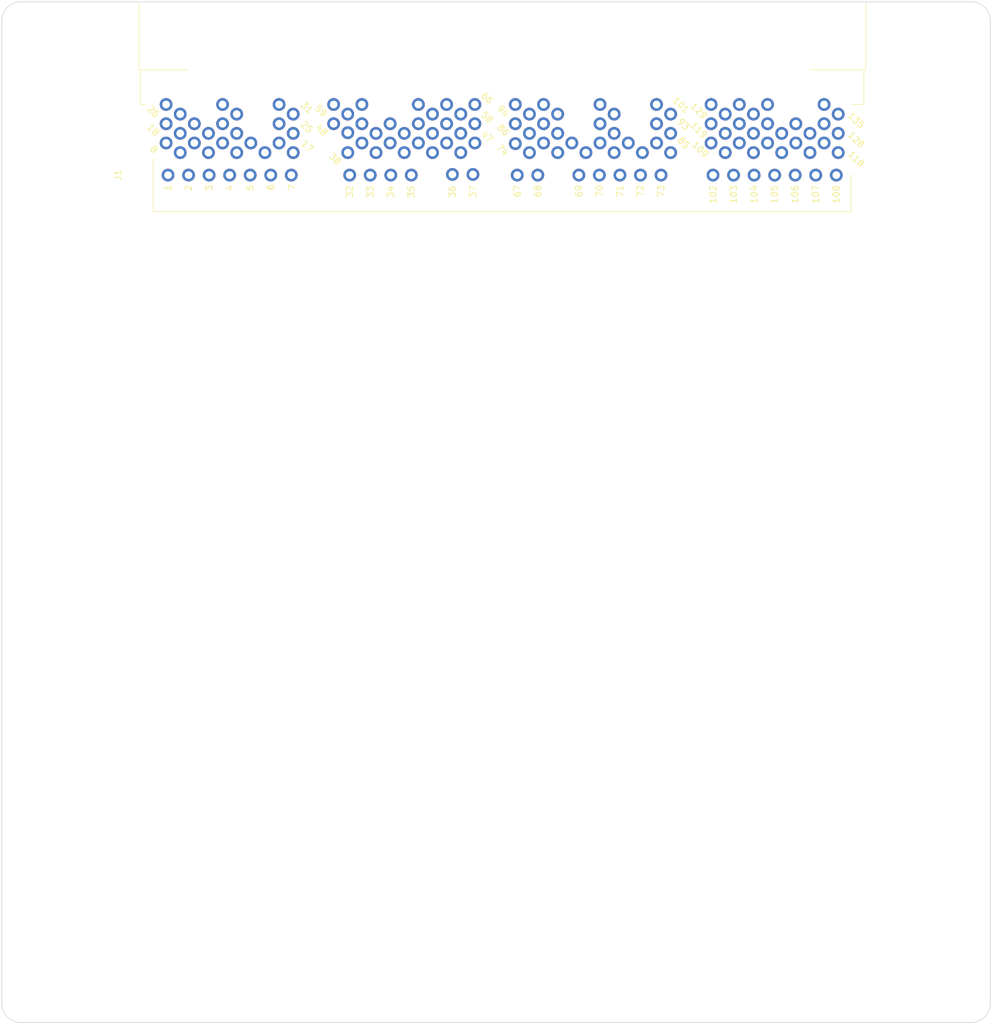
<source format=kicad_pcb>
(kicad_pcb (version 20211014) (generator pcbnew)
  (layers (0 "F.Cu" signal) (31 "B.Cu" signal) (34 "B.Paste" user) (35 "F.Paste" user) (36 "B.SilkS" user "B.Silkscreen") (37 "F.SilkS" user "F.Silkscreen") (38 "B.Mask" user) (39 "F.Mask" user) (44 "Edge.Cuts" user))
  (net 0 "")
  (footprint "MountingHole:MountingHole_5mm" (layer "F.Cu") (at 24 32)
    (fp_text reference "REF**" hide)
    (fp_text value "MountingHole_5mm" hide)
    (pad "" np_thru_hole circle locked (at 0 0) (size 5 5) (drill 5) (layers *.Cu *.Mask))
  )
  (footprint "MountingHole:MountingHole_5mm" (layer "F.Cu") (at 168 32)
    (fp_text reference "REF**" hide)
    (fp_text value "MountingHole_5mm" hide)
    (pad "" np_thru_hole circle locked (at 0 0) (size 5 5) (drill 5) (layers *.Cu *.Mask))
  )
  (footprint "MountingHole:MountingHole_5mm" (layer "F.Cu") (at 24 181)
    (fp_text reference "REF**" hide)
    (fp_text value "MountingHole_5mm" hide)
    (pad "" np_thru_hole circle locked (at 0 0) (size 5 5) (drill 5) (layers *.Cu *.Mask))
  )
  (footprint "1-1376430-0:1-1376430-0" (layer "F.Cu") (at 44.6 54 90)
    (fp_text reference "J1" (at 0 -7.5 90) (layer "F.SilkS"))
    (fp_text value "1-1376430-0")
    (fp_text user "25" (at 7.5 21.9 135) (layer "F.SilkS"))
    (fp_text user "17" (at 4.5 22 135) (layer "F.SilkS"))
    (fp_text user "37" (at -2.6 47.8 90) (layer "F.SilkS"))
    (fp_text user "6" (at -1.9 16.3 90) (layer "F.SilkS"))
    (fp_text user "85" (at 5 80.6 135) (layer "F.SilkS"))
    (fp_text user "66" (at 12 50 135) (layer "F.SilkS"))
    (fp_text user "35" (at -2.6 38.2 90) (layer "F.SilkS"))
    (fp_text user "59" (at 10 24.1 135) (layer "F.SilkS"))
    (fp_text user "128" (at 5.5 107.5 135) (layer "F.SilkS"))
    (fp_text user "5" (at -2 13.1 90) (layer "F.SilkS"))
    (fp_text user "104" (at -3 91.6 90) (layer "F.SilkS"))
    (fp_text user "72" (at -2.5 73.9 90) (layer "F.SilkS"))
    (fp_text user "109" (at 4 83.2 135) (layer "F.SilkS"))
    (fp_text user "119" (at 7 83 135) (layer "F.SilkS"))
    (fp_text user "67" (at -2.5 54.7 90) (layer "F.SilkS"))
    (fp_text user "34" (at -2.6 35 90) (layer "F.SilkS"))
    (fp_text user "69" (at -2.5 64.3 90) (layer "F.SilkS"))
    (fp_text user "48" (at 7 24.2 135) (layer "F.SilkS"))
    (fp_text user "94" (at 10 52.5 135) (layer "F.SilkS"))
    (fp_text user "135" (at 8.5 107.5 135) (layer "F.SilkS"))
    (fp_text user "1" (at -2 0.3 90) (layer "F.SilkS"))
    (fp_text user "101" (at 10.9 80.2 135) (layer "F.SilkS"))
    (fp_text user "108" (at -3 104.4 90) (layer "F.SilkS"))
    (fp_text user "105" (at -3 94.8 90) (layer "F.SilkS"))
    (fp_text user "3" (at -2 6.7 90) (layer "F.SilkS"))
    (fp_text user "4" (at -2 9.9 90) (layer "F.SilkS"))
    (fp_text user "6" (at -1.9 16.3 90) (layer "F.SilkS"))
    (fp_text user "70" (at -2.5 67.5 90) (layer "F.SilkS"))
    (fp_text user "32" (at -2.6 28.6 90) (layer "F.SilkS"))
    (fp_text user "73" (at -2.5 77.1 90) (layer "F.SilkS"))
    (fp_text user "47" (at 6 50 135) (layer "F.SilkS"))
    (fp_text user "8" (at 4 -1.9 135) (layer "F.SilkS"))
    (fp_text user "129" (at 10 83 135) (layer "F.SilkS"))
    (fp_text user "93" (at 7.9 80.6 135) (layer "F.SilkS"))
    (fp_text user "106" (at -3 98 90) (layer "F.SilkS"))
    (fp_text user "7" (at -1.9 19.6 90) (layer "F.SilkS"))
    (fp_text user "18" (at 7 -2 135) (layer "F.SilkS"))
    (fp_text user "26" (at 9.9 -2 135) (layer "F.SilkS"))
    (fp_text user "68" (at -2.5 57.9 90) (layer "F.SilkS"))
    (fp_text user "86" (at 7 52.5 135) (layer "F.SilkS"))
    (fp_text user "118" (at 2.5 107.5 135) (layer "F.SilkS"))
    (fp_text user "102" (at -3 85.2 90) (layer "F.SilkS"))
    (fp_text user "36" (at -2.6 44.6 90) (layer "F.SilkS"))
    (fp_text user "58" (at 9 50 135) (layer "F.SilkS"))
    (fp_text user "74" (at 3.9 52.4 135) (layer "F.SilkS"))
    (fp_text user "71" (at -2.5 70.7 90) (layer "F.SilkS"))
    (fp_text user "103" (at -3 88.4 90) (layer "F.SilkS"))
    (fp_text user "31" (at 10.5 21.9 135) (layer "F.SilkS"))
    (fp_text user "2" (at -2 3.5 90) (layer "F.SilkS"))
    (fp_text user "38" (at 2.5 26.3 135) (layer "F.SilkS"))
    (fp_text user "33" (at -2.6 31.8 90) (layer "F.SilkS"))
    (fp_text user "107" (at -3 101.2 90) (layer "F.SilkS"))
    (fp_line (start 11 -3.2) (end 11 -4) (layer "F.SilkS") (width 0.1))
    (fp_line (start 16.4 -3.8) (end 16.4 3.4) (layer "F.SilkS") (width 0.1))
    (fp_line (start 16.4 108.5) (end 16.4 100.3) (layer "F.SilkS") (width 0.1))
    (fp_line (start 11 106.7) (end 11 108.7) (layer "F.SilkS") (width 0.1))
    (fp_line (start -5.7 -2) (end -5.7 106.7) (layer "F.SilkS") (width 0.1))
    (fp_line (start 11 -4) (end 16.4 -4) (layer "F.SilkS") (width 0.1))
    (fp_line (start 16.4 109) (end 26.8 109) (layer "F.SilkS") (width 0.1))
    (fp_line (start -5.7 106.7) (end 0.1 106.7) (layer "F.SilkS") (width 0.1))
    (fp_line (start 11 108.7) (end 16.4 108.7) (layer "F.SilkS") (width 0.1))
    (fp_line (start 2.4 -2) (end -5.7 -2) (layer "F.SilkS") (width 0.1))
    (fp_line (start 16.4 -4.2) (end 16.4 -4) (layer "F.SilkS") (width 0.1))
    (fp_line (start 26.7 -4.2) (end 16.4 -4.2) (layer "F.SilkS") (width 0.1))
    (fp_line (start 16.4 108.7) (end 16.4 109) (layer "F.SilkS") (width 0.1))
    (pad "" np_thru_hole circle locked (at 16.45 5.5 90) (size 3.5 3.5) (drill 3.5) (layers *.Cu *.Mask))
    (pad "" np_thru_hole circle locked (at 16.45 51.25 90) (size 3.5 3.5) (drill 3.5) (layers *.Cu *.Mask))
    (pad "" np_thru_hole circle locked (at 16.45 98.1 90) (size 3.5 3.5) (drill 3.5) (layers *.Cu *.Mask))
    (pad "1" thru_hole circle locked (at 0 0.3 90) (size 2 2) (drill 1.2) (layers *.Cu *.Mask))
    (pad "2" thru_hole circle locked (at 0 3.5 90) (size 2 2) (drill 1.2) (layers *.Cu *.Mask))
    (pad "3" thru_hole circle locked (at 0 6.7 90) (size 2 2) (drill 1.2) (layers *.Cu *.Mask))
    (pad "4" thru_hole circle locked (at 0 9.9 90) (size 2 2) (drill 1.2) (layers *.Cu *.Mask))
    (pad "5" thru_hole circle locked (at 0 13.1 90) (size 2 2) (drill 1.2) (layers *.Cu *.Mask))
    (pad "6" thru_hole circle locked (at 0 16.3 90) (size 2 2) (drill 1.2) (layers *.Cu *.Mask))
    (pad "7" thru_hole circle locked (at 0 19.5 90) (size 2 2) (drill 1.2) (layers *.Cu *.Mask))
    (pad "8" thru_hole circle locked (at 5 0 90) (size 2 2) (drill 1.2) (layers *.Cu *.Mask))
    (pad "9" thru_hole circle locked (at 3.5 2.2 90) (size 2 2) (drill 1.2) (layers *.Cu *.Mask))
    (pad "10" thru_hole circle locked (at 5 4.4 90) (size 2 2) (drill 1.2) (layers *.Cu *.Mask))
    (pad "11" thru_hole circle locked (at 3.5 6.6 90) (size 2 2) (drill 1.2) (layers *.Cu *.Mask))
    (pad "12" thru_hole circle locked (at 5 8.8 90) (size 2 2) (drill 1.2) (layers *.Cu *.Mask))
    (pad "13" thru_hole circle locked (at 3.5 11 90) (size 2 2) (drill 1.2) (layers *.Cu *.Mask))
    (pad "14" thru_hole circle locked (at 5 13.2 90) (size 2 2) (drill 1.2) (layers *.Cu *.Mask))
    (pad "15" thru_hole circle locked (at 3.5 15.4 90) (size 2 2) (drill 1.2) (layers *.Cu *.Mask))
    (pad "16" thru_hole circle locked (at 5 17.6 90) (size 2 2) (drill 1.2) (layers *.Cu *.Mask))
    (pad "17" thru_hole circle locked (at 3.5 19.8 90) (size 2 2) (drill 1.2) (layers *.Cu *.Mask))
    (pad "18" thru_hole circle locked (at 8 0 90) (size 2 2) (drill 1.2) (layers *.Cu *.Mask))
    (pad "19" thru_hole circle locked (at 6.5 2.2 90) (size 2 2) (drill 1.2) (layers *.Cu *.Mask))
    (pad "20" thru_hole circle locked (at 8 4.4 90) (size 2 2) (drill 1.2) (layers *.Cu *.Mask))
    (pad "21" thru_hole circle locked (at 6.5 6.6 90) (size 2 2) (drill 1.2) (layers *.Cu *.Mask))
    (pad "22" thru_hole circle locked (at 8 8.8 90) (size 2 2) (drill 1.2) (layers *.Cu *.Mask))
    (pad "23" thru_hole circle locked (at 6.5 11 90) (size 2 2) (drill 1.2) (layers *.Cu *.Mask))
    (pad "24" thru_hole circle locked (at 8 17.6 90) (size 2 2) (drill 1.2) (layers *.Cu *.Mask))
    (pad "25" thru_hole circle locked (at 6.5 19.8 90) (size 2 2) (drill 1.2) (layers *.Cu *.Mask))
    (pad "26" thru_hole circle locked (at 11 0 90) (size 2 2) (drill 1.2) (layers *.Cu *.Mask))
    (pad "27" thru_hole circle locked (at 9.5 2.2 90) (size 2 2) (drill 1.2) (layers *.Cu *.Mask))
    (pad "28" thru_hole circle locked (at 11 8.8 90) (size 2 2) (drill 1.2) (layers *.Cu *.Mask))
    (pad "29" thru_hole circle locked (at 9.5 11 90) (size 2 2) (drill 1.2) (layers *.Cu *.Mask))
    (pad "30" thru_hole circle locked (at 11 17.6 90) (size 2 2) (drill 1.2) (layers *.Cu *.Mask))
    (pad "31" thru_hole circle locked (at 9.5 19.8 90) (size 2 2) (drill 1.2) (layers *.Cu *.Mask))
    (pad "32" thru_hole circle locked (at 0 28.6 90) (size 2 2) (drill 1.2) (layers *.Cu *.Mask))
    (pad "33" thru_hole circle locked (at 0 31.8 90) (size 2 2) (drill 1.2) (layers *.Cu *.Mask))
    (pad "34" thru_hole circle locked (at 0 35 90) (size 2 2) (drill 1.2) (layers *.Cu *.Mask))
    (pad "35" thru_hole circle locked (at 0 38.2 90) (size 2 2) (drill 1.2) (layers *.Cu *.Mask))
    (pad "36" thru_hole circle locked (at 0.1 44.6 90) (size 2 2) (drill 1.2) (layers *.Cu *.Mask))
    (pad "37" thru_hole circle locked (at 0.1 47.8 90) (size 2 2) (drill 1.2) (layers *.Cu *.Mask))
    (pad "38" thru_hole circle locked (at 3.5 28.3 90) (size 2 2) (drill 1.2) (layers *.Cu *.Mask))
    (pad "39" thru_hole circle locked (at 5 30.5 90) (size 2 2) (drill 1.2) (layers *.Cu *.Mask))
    (pad "40" thru_hole circle locked (at 3.5 32.7 90) (size 2 2) (drill 1.2) (layers *.Cu *.Mask))
    (pad "41" thru_hole circle locked (at 5 34.9 90) (size 2 2) (drill 1.2) (layers *.Cu *.Mask))
    (pad "42" thru_hole circle locked (at 3.5 37.1 90) (size 2 2) (drill 1.2) (layers *.Cu *.Mask))
    (pad "43" thru_hole circle locked (at 5 39.3 90) (size 2 2) (drill 1.2) (layers *.Cu *.Mask))
    (pad "44" thru_hole circle locked (at 3.5 41.5 90) (size 2 2) (drill 1.2) (layers *.Cu *.Mask))
    (pad "45" thru_hole circle locked (at 5 43.7 90) (size 2 2) (drill 1.2) (layers *.Cu *.Mask))
    (pad "46" thru_hole circle locked (at 3.5 45.9 90) (size 2 2) (drill 1.2) (layers *.Cu *.Mask))
    (pad "47" thru_hole circle locked (at 5 48.1 90) (size 2 2) (drill 1.2) (layers *.Cu *.Mask))
    (pad "48" thru_hole circle locked (at 8 26.1 90) (size 2 2) (drill 1.2) (layers *.Cu *.Mask))
    (pad "49" thru_hole circle locked (at 6.6 28.3 90) (size 2 2) (drill 1.2) (layers *.Cu *.Mask))
    (pad "50" thru_hole circle locked (at 8 30.5 90) (size 2 2) (drill 1.2) (layers *.Cu *.Mask))
    (pad "51" thru_hole circle locked (at 6.5 32.7 90) (size 2 2) (drill 1.2) (layers *.Cu *.Mask))
    (pad "52" thru_hole circle locked (at 8 34.9 90) (size 2 2) (drill 1.2) (layers *.Cu *.Mask))
    (pad "53" thru_hole circle locked (at 6.5 37.1 90) (size 2 2) (drill 1.2) (layers *.Cu *.Mask))
    (pad "54" thru_hole circle locked (at 8 39.3 90) (size 2 2) (drill 1.2) (layers *.Cu *.Mask))
    (pad "55" thru_hole circle locked (at 6.5 41.5 90) (size 2 2) (drill 1.2) (layers *.Cu *.Mask))
    (pad "56" thru_hole circle locked (at 8 43.7 90) (size 2 2) (drill 1.2) (layers *.Cu *.Mask))
    (pad "57" thru_hole circle locked (at 6.5 45.9 90) (size 2 2) (drill 1.2) (layers *.Cu *.Mask))
    (pad "58" thru_hole circle locked (at 8 48.1 90) (size 2 2) (drill 1.2) (layers *.Cu *.Mask))
    (pad "59" thru_hole circle locked (at 11 26.1 90) (size 2 2) (drill 1.2) (layers *.Cu *.Mask))
    (pad "60" thru_hole circle locked (at 9.5 28.3 90) (size 2 2) (drill 1.2) (layers *.Cu *.Mask))
    (pad "61" thru_hole circle locked (at 11 30.5 90) (size 2 2) (drill 1.2) (layers *.Cu *.Mask))
    (pad "62" thru_hole circle locked (at 11 39.3 90) (size 2 2) (drill 1.2) (layers *.Cu *.Mask))
    (pad "63" thru_hole circle locked (at 9.5 41.5 90) (size 2 2) (drill 1.2) (layers *.Cu *.Mask))
    (pad "64" thru_hole circle locked (at 11 43.7 90) (size 2 2) (drill 1.2) (layers *.Cu *.Mask))
    (pad "65" thru_hole circle locked (at 9.5 45.9 90) (size 2 2) (drill 1.2) (layers *.Cu *.Mask))
    (pad "66" thru_hole circle locked (at 11 48.1 90) (size 2 2) (drill 1.2) (layers *.Cu *.Mask))
    (pad "67" thru_hole circle locked (at 0 54.7 90) (size 2 2) (drill 1.2) (layers *.Cu *.Mask))
    (pad "68" thru_hole circle locked (at 0 57.9 90) (size 2 2) (drill 1.2) (layers *.Cu *.Mask))
    (pad "69" thru_hole circle locked (at 0 64.3 90) (size 2 2) (drill 1.2) (layers *.Cu *.Mask))
    (pad "70" thru_hole circle locked (at 0 67.5 90) (size 2 2) (drill 1.2) (layers *.Cu *.Mask))
    (pad "71" thru_hole circle locked (at 0 70.7 90) (size 2 2) (drill 1.2) (layers *.Cu *.Mask))
    (pad "72" thru_hole circle locked (at 0 73.9 90) (size 2 2) (drill 1.2) (layers *.Cu *.Mask))
    (pad "73" thru_hole circle locked (at 0 77.1 90) (size 2 2) (drill 1.2) (layers *.Cu *.Mask))
    (pad "74" thru_hole circle locked (at 4.9 54.4 90) (size 2 2) (drill 1.2) (layers *.Cu *.Mask))
    (pad "75" thru_hole circle locked (at 3.5 56.6 90) (size 2 2) (drill 1.2) (layers *.Cu *.Mask))
    (pad "76" thru_hole circle locked (at 5 58.8 90) (size 2 2) (drill 1.2) (layers *.Cu *.Mask))
    (pad "77" thru_hole circle locked (at 3.5 61 90) (size 2 2) (drill 1.2) (layers *.Cu *.Mask))
    (pad "78" thru_hole circle locked (at 5 63.2 90) (size 2 2) (drill 1.2) (layers *.Cu *.Mask))
    (pad "79" thru_hole circle locked (at 3.5 65.4 90) (size 2 2) (drill 1.2) (layers *.Cu *.Mask))
    (pad "80" thru_hole circle locked (at 5 67.6 90) (size 2 2) (drill 1.2) (layers *.Cu *.Mask))
    (pad "81" thru_hole circle locked (at 3.5 69.8 90) (size 2 2) (drill 1.2) (layers *.Cu *.Mask))
    (pad "82" thru_hole circle locked (at 5 72 90) (size 2 2) (drill 1.2) (layers *.Cu *.Mask))
    (pad "83" thru_hole circle locked (at 3.5 74.2 90) (size 2 2) (drill 1.2) (layers *.Cu *.Mask))
    (pad "84" thru_hole circle locked (at 5 76.4 90) (size 2 2) (drill 1.2) (layers *.Cu *.Mask))
    (pad "85" thru_hole circle locked (at 3.5 78.6 90) (size 2 2) (drill 1.2) (layers *.Cu *.Mask))
    (pad "86" thru_hole circle locked (at 8 54.4 90) (size 2 2) (drill 1.2) (layers *.Cu *.Mask))
    (pad "87" thru_hole circle locked (at 6.5 56.6 90) (size 2 2) (drill 1.2) (layers *.Cu *.Mask))
    (pad "88" thru_hole circle locked (at 8 58.8 90) (size 2 2) (drill 1.2) (layers *.Cu *.Mask))
    (pad "89" thru_hole circle locked (at 6.5 61 90) (size 2 2) (drill 1.2) (layers *.Cu *.Mask))
    (pad "90" thru_hole circle locked (at 8 67.6 90) (size 2 2) (drill 1.2) (layers *.Cu *.Mask))
    (pad "91" thru_hole circle locked (at 6.5 69.8 90) (size 2 2) (drill 1.2) (layers *.Cu *.Mask))
    (pad "92" thru_hole circle locked (at 8 76.4 90) (size 2 2) (drill 1.2) (layers *.Cu *.Mask))
    (pad "93" thru_hole circle locked (at 6.5 78.6 90) (size 2 2) (drill 1.2) (layers *.Cu *.Mask))
    (pad "94" thru_hole circle locked (at 11 54.4 90) (size 2 2) (drill 1.2) (layers *.Cu *.Mask))
    (pad "95" thru_hole circle locked (at 9.5 56.6 90) (size 2 2) (drill 1.2) (layers *.Cu *.Mask))
    (pad "96" thru_hole circle locked (at 11 58.8 90) (size 2 2) (drill 1.2) (layers *.Cu *.Mask))
    (pad "97" thru_hole circle locked (at 9.5 61 90) (size 2 2) (drill 1.2) (layers *.Cu *.Mask))
    (pad "98" thru_hole circle locked (at 11 67.6 90) (size 2 2) (drill 1.2) (layers *.Cu *.Mask))
    (pad "99" thru_hole circle locked (at 9.5 69.8 90) (size 2 2) (drill 1.2) (layers *.Cu *.Mask))
    (pad "100" thru_hole circle locked (at 11 76.4 90) (size 2 2) (drill 1.2) (layers *.Cu *.Mask))
    (pad "101" thru_hole circle locked (at 9.5 78.6 90) (size 2 2) (drill 1.2) (layers *.Cu *.Mask))
    (pad "102" thru_hole circle locked (at 0 85.2 90) (size 2 2) (drill 1.2) (layers *.Cu *.Mask))
    (pad "103" thru_hole circle locked (at 0 88.4 90) (size 2 2) (drill 1.2) (layers *.Cu *.Mask))
    (pad "104" thru_hole circle locked (at 0 91.6 90) (size 2 2) (drill 1.2) (layers *.Cu *.Mask))
    (pad "105" thru_hole circle locked (at 0 94.8 90) (size 2 2) (drill 1.2) (layers *.Cu *.Mask))
    (pad "106" thru_hole circle locked (at 0 98 90) (size 2 2) (drill 1.2) (layers *.Cu *.Mask))
    (pad "107" thru_hole circle locked (at 0 101.2 90) (size 2 2) (drill 1.2) (layers *.Cu *.Mask))
    (pad "108" thru_hole circle locked (at 0 104.4 90) (size 2 2) (drill 1.2) (layers *.Cu *.Mask))
    (pad "109" thru_hole circle locked (at 5 84.9 90) (size 2 2) (drill 1.2) (layers *.Cu *.Mask))
    (pad "110" thru_hole circle locked (at 3.5 87.1 90) (size 2 2) (drill 1.2) (layers *.Cu *.Mask))
    (pad "111" thru_hole circle locked (at 5 89.3 90) (size 2 2) (drill 1.2) (layers *.Cu *.Mask))
    (pad "112" thru_hole circle locked (at 3.5 91.5 90) (size 2 2) (drill 1.2) (layers *.Cu *.Mask))
    (pad "113" thru_hole circle locked (at 5 93.7 90) (size 2 2) (drill 1.2) (layers *.Cu *.Mask))
    (pad "114" thru_hole circle locked (at 3.5 95.9 90) (size 2 2) (drill 1.2) (layers *.Cu *.Mask))
    (pad "115" thru_hole circle locked (at 5 98.1 90) (size 2 2) (drill 1.2) (layers *.Cu *.Mask))
    (pad "116" thru_hole circle locked (at 3.5 100.3 90) (size 2 2) (drill 1.2) (layers *.Cu *.Mask))
    (pad "117" thru_hole circle locked (at 5 102.5 90) (size 2 2) (drill 1.2) (layers *.Cu *.Mask))
    (pad "118" thru_hole circle locked (at 3.5 104.7 90) (size 2 2) (drill 1.2) (layers *.Cu *.Mask))
    (pad "119" thru_hole circle locked (at 8 84.9 90) (size 2 2) (drill 1.2) (layers *.Cu *.Mask))
    (pad "120" thru_hole circle locked (at 6.5 87.1 90) (size 2 2) (drill 1.2) (layers *.Cu *.Mask))
    (pad "121" thru_hole circle locked (at 8 89.3 90) (size 2 2) (drill 1.2) (layers *.Cu *.Mask))
    (pad "122" thru_hole circle locked (at 6.5 91.5 90) (size 2 2) (drill 1.2) (layers *.Cu *.Mask))
    (pad "123" thru_hole circle locked (at 8 93.7 90) (size 2 2) (drill 1.2) (layers *.Cu *.Mask))
    (pad "124" thru_hole circle locked (at 6.5 95.9 90) (size 2 2) (drill 1.2) (layers *.Cu *.Mask))
    (pad "125" thru_hole circle locked (at 8 98.1 90) (size 2 2) (drill 1.2) (layers *.Cu *.Mask))
    (pad "126" thru_hole circle locked (at 6.5 100.3 90) (size 2 2) (drill 1.2) (layers *.Cu *.Mask))
    (pad "127" thru_hole circle locked (at 8 102.5 90) (size 2 2) (drill 1.2) (layers *.Cu *.Mask))
    (pad "128" thru_hole circle locked (at 6.5 104.7 90) (size 2 2) (drill 1.2) (layers *.Cu *.Mask))
    (pad "129" thru_hole circle locked (at 11 84.9 90) (size 2 2) (drill 1.2) (layers *.Cu *.Mask))
    (pad "130" thru_hole circle locked (at 9.5 87.1 90) (size 2 2) (drill 1.2) (layers *.Cu *.Mask))
    (pad "131" thru_hole circle locked (at 11 89.3 90) (size 2 2) (drill 1.2) (layers *.Cu *.Mask))
    (pad "132" thru_hole circle locked (at 9.5 91.5 90) (size 2 2) (drill 1.2) (layers *.Cu *.Mask))
    (pad "133" thru_hole circle locked (at 11 93.7 90) (size 2 2) (drill 1.2) (layers *.Cu *.Mask))
    (pad "134" thru_hole circle locked (at 11 102.5 90) (size 2 2) (drill 1.2) (layers *.Cu *.Mask))
    (pad "135" thru_hole circle locked (at 9.5 104.7 90) (size 2 2) (drill 1.2) (layers *.Cu *.Mask))
  )
  (footprint "MountingHole:MountingHole_5mm" (layer "F.Cu") (at 168 181)
    (fp_text reference "REF**" hide)
    (fp_text value "MountingHole_5mm" hide)
    (pad "" np_thru_hole circle locked (at 0 0) (size 5 5) (drill 5) (layers *.Cu *.Mask))
  )
  (footprint "MountingHole:MountingHole_3mm" (layer "F.Cu") (at 168 174.5)
    (fp_text reference "REF**" hide)
    (fp_text value "MountingHole_3mm" hide)
    (pad "" np_thru_hole circle locked (at 0 0) (size 3 3) (drill 3) (layers *.Cu *.Mask))
  )
  (footprint "MountingHole:MountingHole_3mm" (layer "F.Cu") (at 24 174.5)
    (fp_text reference "REF**" hide)
    (fp_text value "MountingHole_3mm" hide)
    (pad "" np_thru_hole circle locked (at 0 0) (size 3 3) (drill 3) (layers *.Cu *.Mask))
  )
  (gr_arc locked (start 19 30) (mid 19.87868 27.87868) (end 22 27) (layer "Edge.Cuts") (width 0.1))
  (gr_arc locked (start 22 186) (mid 19.87868 185.12132) (end 19 183) (layer "Edge.Cuts") (width 0.1))
  (gr_line locked (start 19 183) (end 19 30) (layer "Edge.Cuts") (width 0.1))
  (gr_line locked (start 173 30) (end 173 183) (layer "Edge.Cuts") (width 0.1))
  (gr_line locked (start 170 186) (end 22 186) (layer "Edge.Cuts") (width 0.1))
  (gr_line locked (start 22 27) (end 170 27) (layer "Edge.Cuts") (width 0.1))
  (gr_arc locked (start 170 27) (mid 172.12132 27.87868) (end 173 30) (layer "Edge.Cuts") (width 0.1))
  (gr_arc locked (start 173 183) (mid 172.12132 185.12132) (end 170 186) (layer "Edge.Cuts") (width 0.1))
)
</source>
